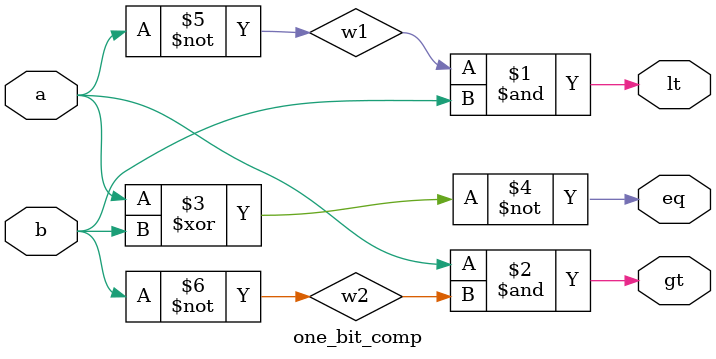
<source format=v>
module four_bit_using_one_bit_comp(
    input  [3:0] a,
    input  [3:0] b,
    output lt,
    output eq,
    output gt
);
    wire [18:1] w;

    // Instantiate 1-bit comparators (MSB to LSB)
    one_bit_comp c1(a[3], b[3], w[1], w[2], w[3]);   // MSB
    one_bit_comp c2(a[2], b[2], w[4], w[5], w[6]);
    one_bit_comp c3(a[1], b[1], w[7], w[8], w[9]);
    one_bit_comp c4(a[0], b[0], w[10], w[11], w[12]); // LSB

    // Combine intermediate results
    and a1(w[13], w[4], w[2]);
    and a2(w[14], w[2], w[6]);
    and a3(w[15], w[2], w[7], w[5]);
    and a4(w[16], w[2], w[9], w[5]);
    and a5(w[17], w[2], w[10], w[5], w[8]);
    and a6(w[18], w[12], w[2], w[5], w[8]);

    // Final output logic
    assign lt = w[1] | w[13] | w[15] | w[17];
    assign gt = w[3] | w[14] | w[16] | w[18];
    assign eq = w[2] & w[5] & w[8] & w[11];  // corrected order
endmodule


//1-bit comparator
module one_bit_comp(
    input a, b,
    output lt, eq, gt
);
    wire w1, w2;

    not n1(w1, a);
    not n2(w2, b);

    assign lt = w1 & b;     // a < b
    assign gt = a & w2;     // a > b
    assign eq = ~(a ^ b);   // a == b (XNOR)
endmodule

</source>
